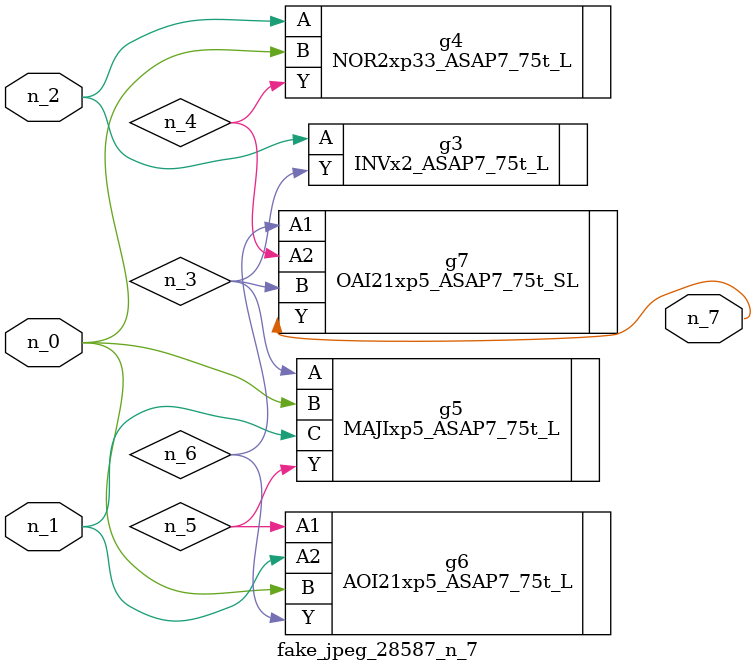
<source format=v>
module fake_jpeg_28587_n_7 (n_0, n_2, n_1, n_7);

input n_0;
input n_2;
input n_1;

output n_7;

wire n_3;
wire n_4;
wire n_6;
wire n_5;

INVx2_ASAP7_75t_L g3 ( 
.A(n_2),
.Y(n_3)
);

NOR2xp33_ASAP7_75t_L g4 ( 
.A(n_2),
.B(n_0),
.Y(n_4)
);

MAJIxp5_ASAP7_75t_L g5 ( 
.A(n_3),
.B(n_0),
.C(n_1),
.Y(n_5)
);

AOI21xp5_ASAP7_75t_L g6 ( 
.A1(n_5),
.A2(n_1),
.B(n_0),
.Y(n_6)
);

OAI21xp5_ASAP7_75t_SL g7 ( 
.A1(n_6),
.A2(n_4),
.B(n_3),
.Y(n_7)
);


endmodule
</source>
